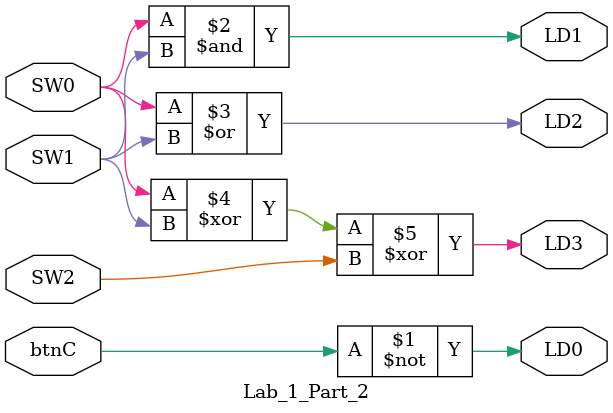
<source format=v>
`timescale 1ns / 1ps


module Lab_1_Part_2(
//button and switch input declarations
    input btnC,
    input SW0,
    input SW1,
    input SW2,
//LED output declarations
    output LD0,
    output LD1,
    output LD2,
    output LD3
    );
    
//    the NOT of pushbutton C output to LD0
    assign LD0 = ~btnC;
    
//    the AND of switch SW0 and SW1 output to LD1
    assign LD1 = SW0 & SW1;
    
//    the OR of switch SW0 and SW1 output to LD2
    assign LD2 = SW0 | SW1;
    
//    the XOR of switches SW0, SW1, and SW2
    assign LD3 = SW0^SW1^SW2;

endmodule


</source>
